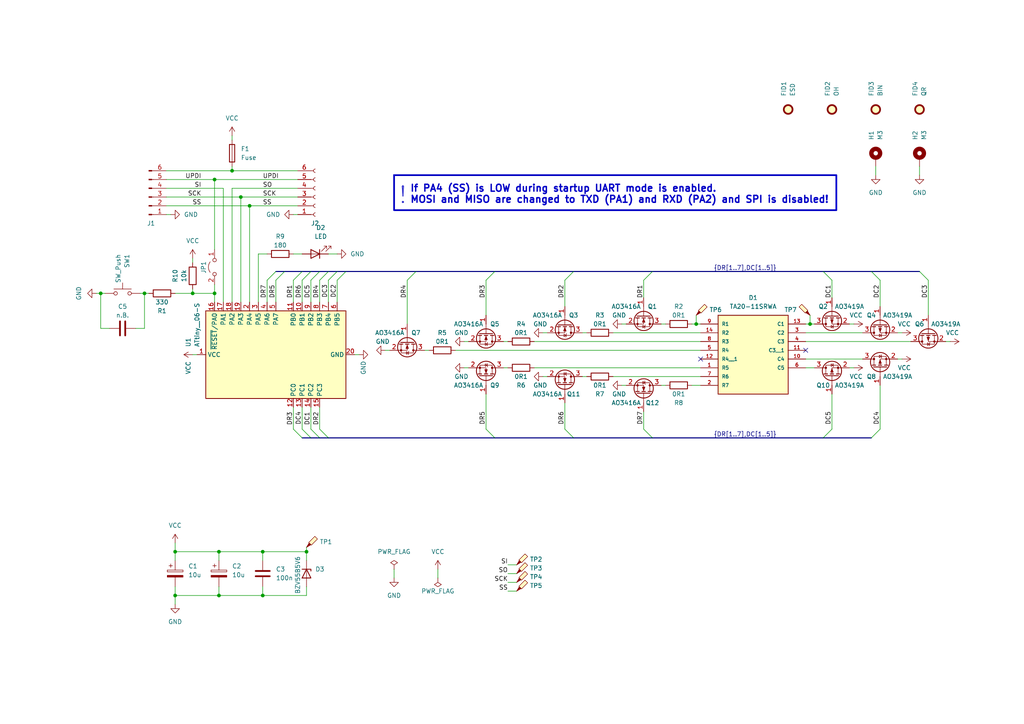
<source format=kicad_sch>
(kicad_sch (version 20230121) (generator eeschema)
  (paper "A4")
  (title_block (title "${acronym} - ${title}") (date "${date}") (rev "${revision}") (company "${company}") (comment 1 "${creator}") (comment 2 "${license}"))
  (lib_symbols
    (symbol "Connector:Conn_01x06_Pin" (pin_names (offset 1.016) hide)
      (property "Reference" "J" (at 0 7.62 0))
      (property "Value" "Conn_01x06_Pin" (at 0 -10.16 0))
      (symbol "Conn_01x06_Pin_1_1"
        (polyline (pts (xy 1.27 -7.62) (xy 0.8636 -7.62)) (stroke (width 0.1524)))
        (polyline (pts (xy 1.27 -5.08) (xy 0.8636 -5.08)) (stroke (width 0.1524)))
        (polyline (pts (xy 1.27 -2.54) (xy 0.8636 -2.54)) (stroke (width 0.1524)))
        (polyline (pts (xy 1.27 0) (xy 0.8636 0)) (stroke (width 0.1524)))
        (polyline (pts (xy 1.27 2.54) (xy 0.8636 2.54)) (stroke (width 0.1524)))
        (polyline (pts (xy 1.27 5.08) (xy 0.8636 5.08)) (stroke (width 0.1524)))
        (rectangle (start 0.8636 -7.493) (end 0 -7.747) (stroke (width 0.1524)) (fill (type outline)))
        (rectangle (start 0.8636 -4.953) (end 0 -5.207) (stroke (width 0.1524)) (fill (type outline)))
        (rectangle (start 0.8636 -2.413) (end 0 -2.667) (stroke (width 0.1524)) (fill (type outline)))
        (rectangle (start 0.8636 0.127) (end 0 -0.127) (stroke (width 0.1524)) (fill (type outline)))
        (rectangle (start 0.8636 2.667) (end 0 2.413) (stroke (width 0.1524)) (fill (type outline)))
        (rectangle (start 0.8636 5.207) (end 0 4.953) (stroke (width 0.1524)) (fill (type outline)))
        (pin passive line (at 5.08 5.08 180) (length 3.81) (name "Pin_1") (number "1"))
        (pin passive line (at 5.08 2.54 180) (length 3.81) (name "Pin_2") (number "2"))
        (pin passive line (at 5.08 0 180) (length 3.81) (name "Pin_3") (number "3"))
        (pin passive line (at 5.08 -2.54 180) (length 3.81) (name "Pin_4") (number "4"))
        (pin passive line (at 5.08 -5.08 180) (length 3.81) (name "Pin_5") (number "5"))
        (pin passive line (at 5.08 -7.62 180) (length 3.81) (name "Pin_6") (number "6"))
      )
    )
    (symbol "Connector:Conn_01x06_Socket" (pin_names (offset 1.016) hide)
      (property "Reference" "J" (at 0 7.62 0))
      (property "Value" "Conn_01x06_Socket" (at 0 -10.16 0))
      (symbol "Conn_01x06_Socket_1_1"
        (arc (start 0 -7.112) (mid -0.5058 -7.62) (end 0 -8.128) (stroke (width 0.1524)))
        (arc (start 0 -4.572) (mid -0.5058 -5.08) (end 0 -5.588) (stroke (width 0.1524)))
        (arc (start 0 -2.032) (mid -0.5058 -2.54) (end 0 -3.048) (stroke (width 0.1524)))
        (polyline (pts (xy -1.27 -7.62) (xy -0.508 -7.62)) (stroke (width 0.1524)))
        (polyline (pts (xy -1.27 -5.08) (xy -0.508 -5.08)) (stroke (width 0.1524)))
        (polyline (pts (xy -1.27 -2.54) (xy -0.508 -2.54)) (stroke (width 0.1524)))
        (polyline (pts (xy -1.27 0) (xy -0.508 0)) (stroke (width 0.1524)))
        (polyline (pts (xy -1.27 2.54) (xy -0.508 2.54)) (stroke (width 0.1524)))
        (polyline (pts (xy -1.27 5.08) (xy -0.508 5.08)) (stroke (width 0.1524)))
        (arc (start 0 0.508) (mid -0.5058 0) (end 0 -0.508) (stroke (width 0.1524)))
        (arc (start 0 3.048) (mid -0.5058 2.54) (end 0 2.032) (stroke (width 0.1524)))
        (arc (start 0 5.588) (mid -0.5058 5.08) (end 0 4.572) (stroke (width 0.1524)))
        (pin passive line (at -5.08 5.08 0) (length 3.81) (name "Pin_1") (number "1"))
        (pin passive line (at -5.08 2.54 0) (length 3.81) (name "Pin_2") (number "2"))
        (pin passive line (at -5.08 0 0) (length 3.81) (name "Pin_3") (number "3"))
        (pin passive line (at -5.08 -2.54 0) (length 3.81) (name "Pin_4") (number "4"))
        (pin passive line (at -5.08 -5.08 0) (length 3.81) (name "Pin_5") (number "5"))
        (pin passive line (at -5.08 -7.62 0) (length 3.81) (name "Pin_6") (number "6"))
      )
    )
    (symbol "Connector:TestPoint_Probe" (pin_numbers hide) (pin_names (offset 0.762) hide)
      (property "Reference" "TP" (at 1.651 5.842 0))
      (property "Value" "TestPoint_Probe" (at 1.651 4.064 0))
      (symbol "TestPoint_Probe_0_1"
        (polyline (pts (xy 1.27 0.762) (xy 0 0) (xy 0.762 1.27) (xy 1.27 0.762)) (fill (type outline)))
        (polyline (pts (xy 1.397 0.635) (xy 0.635 1.397) (xy 2.413 3.175) (xy 3.175 2.413) (xy 1.397 0.635)) (fill (type background)))
      )
      (symbol "TestPoint_Probe_1_1"
        (pin passive line (at 0 0 90) (length 0) (name "1") (number "1"))
      )
    )
    (symbol "Device:C" (pin_numbers hide) (pin_names (offset 0.254))
      (property "Reference" "C" (at 0.635 2.54 0))
      (property "Value" "C" (at 0.635 -2.54 0))
      (symbol "C_0_1"
        (polyline (pts (xy -2.032 -0.762) (xy 2.032 -0.762)) (stroke (width 0.508)))
        (polyline (pts (xy -2.032 0.762) (xy 2.032 0.762)) (stroke (width 0.508)))
      )
      (symbol "C_1_1"
        (pin passive line (at 0 3.81 270) (length 2.794) (name "~") (number "1"))
        (pin passive line (at 0 -3.81 90) (length 2.794) (name "~") (number "2"))
      )
    )
    (symbol "Device:C_Polarized" (pin_numbers hide) (pin_names (offset 0.254))
      (property "Reference" "C" (at 0.635 2.54 0))
      (property "Value" "C_Polarized" (at 0.635 -2.54 0))
      (symbol "C_Polarized_0_1"
        (rectangle (start -2.286 0.508) (end 2.286 1.016))
        (polyline (pts (xy -1.778 2.286) (xy -0.762 2.286)))
        (polyline (pts (xy -1.27 2.794) (xy -1.27 1.778)))
        (rectangle (start 2.286 -0.508) (end -2.286 -1.016) (fill (type outline)))
      )
      (symbol "C_Polarized_1_1"
        (pin passive line (at 0 3.81 270) (length 2.794) (name "~") (number "1"))
        (pin passive line (at 0 -3.81 90) (length 2.794) (name "~") (number "2"))
      )
    )
    (symbol "Device:Fuse" (pin_numbers hide) (pin_names (offset 0))
      (property "Reference" "F" (at 2.032 0 90))
      (property "Value" "Fuse" (at -1.905 0 90))
      (symbol "Fuse_0_1"
        (rectangle (start -0.762 -2.54) (end 0.762 2.54) (stroke (width 0.254)))
        (polyline (pts (xy 0 2.54) (xy 0 -2.54)))
      )
      (symbol "Fuse_1_1"
        (pin passive line (at 0 3.81 270) (length 1.27) (name "~") (number "1"))
        (pin passive line (at 0 -3.81 90) (length 1.27) (name "~") (number "2"))
      )
    )
    (symbol "Device:LED" (pin_numbers hide) (pin_names (offset 1.016) hide)
      (property "Reference" "D" (at 0 2.54 0))
      (property "Value" "LED" (at 0 -2.54 0))
      (symbol "LED_0_1"
        (polyline (pts (xy -1.27 -1.27) (xy -1.27 1.27)) (stroke (width 0.254)))
        (polyline (pts (xy -1.27 0) (xy 1.27 0)))
        (polyline (pts (xy 1.27 -1.27) (xy 1.27 1.27) (xy -1.27 0) (xy 1.27 -1.27)) (stroke (width 0.254)))
        (polyline (pts (xy -3.048 -0.762) (xy -4.572 -2.286) (xy -3.81 -2.286) (xy -4.572 -2.286) (xy -4.572 -1.524)))
        (polyline (pts (xy -1.778 -0.762) (xy -3.302 -2.286) (xy -2.54 -2.286) (xy -3.302 -2.286) (xy -3.302 -1.524)))
      )
      (symbol "LED_1_1"
        (pin passive line (at -3.81 0 0) (length 2.54) (name "K") (number "1"))
        (pin passive line (at 3.81 0 180) (length 2.54) (name "A") (number "2"))
      )
    )
    (symbol "Device:R" (pin_numbers hide) (pin_names (offset 0))
      (property "Reference" "R" (at 2.032 0 90))
      (property "Value" "R" (at 0 0 90))
      (symbol "R_0_1"
        (rectangle (start -1.016 -2.54) (end 1.016 2.54) (stroke (width 0.254)))
      )
      (symbol "R_1_1"
        (pin passive line (at 0 3.81 270) (length 1.27) (name "~") (number "1"))
        (pin passive line (at 0 -3.81 90) (length 1.27) (name "~") (number "2"))
      )
    )
    (symbol "Diode:BZV55B5V6" (pin_numbers hide) (pin_names hide)
      (property "Reference" "D" (at 0 2.54 0))
      (property "Value" "BZV55B5V6" (at 0 -2.54 0))
      (symbol "BZV55B5V6_0_1"
        (polyline (pts (xy 1.27 0) (xy -1.27 0)))
        (polyline (pts (xy -1.27 -1.27) (xy -1.27 1.27) (xy -0.762 1.27)) (stroke (width 0.254)))
        (polyline (pts (xy 1.27 -1.27) (xy 1.27 1.27) (xy -1.27 0) (xy 1.27 -1.27)) (stroke (width 0.254)))
      )
      (symbol "BZV55B5V6_1_1"
        (pin passive line (at -3.81 0 0) (length 2.54) (name "K") (number "1"))
        (pin passive line (at 3.81 0 180) (length 2.54) (name "A") (number "2"))
      )
    )
    (symbol "Display_Matrix:TA20-11SRWA" (pin_names (offset 1.016))
      (property "Reference" "D" (at -10.16 11.43 0))
      (property "Value" "TA20-11SRWA" (at -10.16 -13.97 0))
      (symbol "TA20-11SRWA_0_0"
        (rectangle (start -10.16 -12.7) (end 10.16 10.16) (stroke (width 0.254)) (fill (type background)))
        (pin passive line (at -15.24 -5.08 0) (length 5.08) (name "R5") (number "1"))
        (pin passive line (at 15.24 -2.54 180) (length 5.08) (name "C4") (number "10"))
        (pin passive line (at 15.24 0 180) (length 5.08) (name "C3__1") (number "11"))
        (pin passive line (at -15.24 -2.54 0) (length 5.08) (name "R4__1") (number "12"))
        (pin passive line (at 15.24 7.62 180) (length 5.08) (name "C1") (number "13"))
        (pin passive line (at -15.24 5.08 0) (length 5.08) (name "R2") (number "14"))
        (pin passive line (at -15.24 -10.16 0) (length 5.08) (name "R7") (number "2"))
        (pin passive line (at 15.24 5.08 180) (length 5.08) (name "C2") (number "3"))
        (pin passive line (at 15.24 2.54 180) (length 5.08) (name "C3") (number "4"))
        (pin passive line (at -15.24 0 0) (length 5.08) (name "R4") (number "5"))
        (pin passive line (at 15.24 -5.08 180) (length 5.08) (name "C5") (number "6"))
        (pin passive line (at -15.24 -7.62 0) (length 5.08) (name "R6") (number "7"))
        (pin passive line (at -15.24 2.54 0) (length 5.08) (name "R3") (number "8"))
        (pin passive line (at -15.24 7.62 0) (length 5.08) (name "R1") (number "9"))
      )
    )
    (symbol "Jumper:Jumper_2_Open" (pin_names (offset 0) hide)
      (property "Reference" "JP" (at 0 2.794 0))
      (property "Value" "Jumper_2_Open" (at 0 -2.286 0))
      (symbol "Jumper_2_Open_0_0"
        (circle (center -2.032 0) (radius 0.508))
        (circle (center 2.032 0) (radius 0.508))
      )
      (symbol "Jumper_2_Open_0_1"
        (arc (start 1.524 1.27) (mid 0 1.778) (end -1.524 1.27))
      )
      (symbol "Jumper_2_Open_1_1"
        (pin passive line (at -5.08 0 0) (length 2.54) (name "A") (number "1"))
        (pin passive line (at 5.08 0 180) (length 2.54) (name "B") (number "2"))
      )
    )
    (symbol "MCU_Microchip_ATtiny:ATtiny406-S"
      (property "Reference" "U" (at -12.7 21.59 0))
      (property "Value" "ATtiny406-S" (at 2.54 -21.59 0))
      (symbol "ATtiny406-S_0_1"
        (rectangle (start -12.7 -20.32) (end 12.7 20.32) (stroke (width 0.254)) (fill (type background)))
      )
      (symbol "ATtiny406-S_1_1"
        (pin power_in line (at 0 22.86 270) (length 2.54) (name "VCC") (number "1"))
        (pin bidirectional line (at 15.24 -7.62 180) (length 2.54) (name "PB1") (number "10"))
        (pin bidirectional line (at 15.24 -5.08 180) (length 2.54) (name "PB0") (number "11"))
        (pin bidirectional line (at -15.24 -5.08 0) (length 2.54) (name "PC0") (number "12"))
        (pin bidirectional line (at -15.24 -7.62 0) (length 2.54) (name "PC1") (number "13"))
        (pin bidirectional line (at -15.24 -10.16 0) (length 2.54) (name "PC2") (number "14"))
        (pin bidirectional line (at -15.24 -12.7 0) (length 2.54) (name "PC3") (number "15"))
        (pin bidirectional line (at 15.24 17.78 180) (length 2.54) (name "~{RESET}/PA0") (number "16"))
        (pin bidirectional line (at 15.24 15.24 180) (length 2.54) (name "PA1") (number "17"))
        (pin bidirectional line (at 15.24 12.7 180) (length 2.54) (name "PA2") (number "18"))
        (pin bidirectional line (at 15.24 10.16 180) (length 2.54) (name "PA3") (number "19"))
        (pin bidirectional line (at 15.24 7.62 180) (length 2.54) (name "PA4") (number "2"))
        (pin power_in line (at 0 -22.86 90) (length 2.54) (name "GND") (number "20"))
        (pin bidirectional line (at 15.24 5.08 180) (length 2.54) (name "PA5") (number "3"))
        (pin bidirectional line (at 15.24 2.54 180) (length 2.54) (name "PA6") (number "4"))
        (pin bidirectional line (at 15.24 0 180) (length 2.54) (name "PA7") (number "5"))
        (pin bidirectional line (at 15.24 -17.78 180) (length 2.54) (name "PB5") (number "6"))
        (pin bidirectional line (at 15.24 -15.24 180) (length 2.54) (name "PB4") (number "7"))
        (pin bidirectional line (at 15.24 -12.7 180) (length 2.54) (name "PB3") (number "8"))
        (pin bidirectional line (at 15.24 -10.16 180) (length 2.54) (name "PB2") (number "9"))
      )
    )
    (symbol "Mechanical:Fiducial"
      (property "Reference" "FID" (at 0 5.08 0))
      (property "Value" "Fiducial" (at 0 3.175 0))
      (symbol "Fiducial_0_1"
        (circle (center 0 0) (radius 1.27) (stroke (width 0.508)) (fill (type background)))
      )
    )
    (symbol "Mechanical:MountingHole_Pad" (pin_numbers hide) (pin_names (offset 1.016) hide)
      (property "Reference" "H" (at 0 6.35 0))
      (property "Value" "MountingHole_Pad" (at 0 4.445 0))
      (symbol "MountingHole_Pad_0_1"
        (circle (center 0 1.27) (radius 1.27) (stroke (width 1.27)))
      )
      (symbol "MountingHole_Pad_1_1"
        (pin input line (at 0 -2.54 90) (length 2.54) (name "1") (number "1"))
      )
    )
    (symbol "Switch:SW_Push" (pin_numbers hide) (pin_names (offset 1.016) hide)
      (property "Reference" "SW" (at 1.27 2.54 0))
      (property "Value" "SW_Push" (at 0 -1.524 0))
      (symbol "SW_Push_0_1"
        (circle (center -2.032 0) (radius 0.508))
        (polyline (pts (xy 0 1.27) (xy 0 3.048)))
        (polyline (pts (xy 2.54 1.27) (xy -2.54 1.27)))
        (circle (center 2.032 0) (radius 0.508))
        (pin passive line (at -5.08 0 0) (length 2.54) (name "1") (number "1"))
        (pin passive line (at 5.08 0 180) (length 2.54) (name "2") (number "2"))
      )
    )
    (symbol "Transistor_FET:AO3400A" (pin_names hide)
      (property "Reference" "Q" (at 5.08 1.905 0))
      (property "Value" "AO3400A" (at 5.08 0 0))
      (symbol "AO3400A_0_1"
        (polyline (pts (xy 0.254 0) (xy -2.54 0)))
        (polyline (pts (xy 0.254 1.905) (xy 0.254 -1.905)) (stroke (width 0.254)))
        (polyline (pts (xy 0.762 -1.27) (xy 0.762 -2.286)) (stroke (width 0.254)))
        (polyline (pts (xy 0.762 0.508) (xy 0.762 -0.508)) (stroke (width 0.254)))
        (polyline (pts (xy 0.762 2.286) (xy 0.762 1.27)) (stroke (width 0.254)))
        (polyline (pts (xy 2.54 2.54) (xy 2.54 1.778)))
        (polyline (pts (xy 2.54 -2.54) (xy 2.54 0) (xy 0.762 0)))
        (polyline (pts (xy 0.762 -1.778) (xy 3.302 -1.778) (xy 3.302 1.778) (xy 0.762 1.778)))
        (polyline (pts (xy 1.016 0) (xy 2.032 0.381) (xy 2.032 -0.381) (xy 1.016 0)) (fill (type outline)))
        (polyline (pts (xy 2.794 0.508) (xy 2.921 0.381) (xy 3.683 0.381) (xy 3.81 0.254)))
        (polyline (pts (xy 3.302 0.381) (xy 2.921 -0.254) (xy 3.683 -0.254) (xy 3.302 0.381)))
        (circle (center 1.651 0) (radius 2.794) (stroke (width 0.254)))
        (circle (center 2.54 -1.778) (radius 0.254) (fill (type outline)))
        (circle (center 2.54 1.778) (radius 0.254) (fill (type outline)))
      )
      (symbol "AO3400A_1_1"
        (pin input line (at -5.08 0 0) (length 2.54) (name "G") (number "1"))
        (pin passive line (at 2.54 -5.08 90) (length 2.54) (name "S") (number "2"))
        (pin passive line (at 2.54 5.08 270) (length 2.54) (name "D") (number "3"))
      )
    )
    (symbol "Transistor_FET:AO3401A" (pin_names hide)
      (property "Reference" "Q" (at 5.08 1.905 0))
      (property "Value" "AO3401A" (at 5.08 0 0))
      (symbol "AO3401A_0_1"
        (polyline (pts (xy 0.254 0) (xy -2.54 0)))
        (polyline (pts (xy 0.254 1.905) (xy 0.254 -1.905)) (stroke (width 0.254)))
        (polyline (pts (xy 0.762 -1.27) (xy 0.762 -2.286)) (stroke (width 0.254)))
        (polyline (pts (xy 0.762 0.508) (xy 0.762 -0.508)) (stroke (width 0.254)))
        (polyline (pts (xy 0.762 2.286) (xy 0.762 1.27)) (stroke (width 0.254)))
        (polyline (pts (xy 2.54 2.54) (xy 2.54 1.778)))
        (polyline (pts (xy 2.54 -2.54) (xy 2.54 0) (xy 0.762 0)))
        (polyline (pts (xy 0.762 1.778) (xy 3.302 1.778) (xy 3.302 -1.778) (xy 0.762 -1.778)))
        (polyline (pts (xy 2.286 0) (xy 1.27 0.381) (xy 1.27 -0.381) (xy 2.286 0)) (fill (type outline)))
        (polyline (pts (xy 2.794 -0.508) (xy 2.921 -0.381) (xy 3.683 -0.381) (xy 3.81 -0.254)))
        (polyline (pts (xy 3.302 -0.381) (xy 2.921 0.254) (xy 3.683 0.254) (xy 3.302 -0.381)))
        (circle (center 1.651 0) (radius 2.794) (stroke (width 0.254)))
        (circle (center 2.54 -1.778) (radius 0.254) (fill (type outline)))
        (circle (center 2.54 1.778) (radius 0.254) (fill (type outline)))
      )
      (symbol "AO3401A_1_1"
        (pin input line (at -5.08 0 0) (length 2.54) (name "G") (number "1"))
        (pin passive line (at 2.54 -5.08 90) (length 2.54) (name "S") (number "2"))
        (pin passive line (at 2.54 5.08 270) (length 2.54) (name "D") (number "3"))
      )
    )
    (symbol "power:GND" (power) (pin_names (offset 0))
      (property "Value" "GND" (at 0 -3.81 0))
      (symbol "GND_0_1"
        (polyline (pts (xy 0 0) (xy 0 -1.27) (xy 1.27 -1.27) (xy 0 -2.54) (xy -1.27 -1.27) (xy 0 -1.27)))
      )
      (symbol "GND_1_1"
        (pin power_in line (at 0 0 270) (length 0) hide (name "GND") (number "1"))
      )
    )
    (symbol "power:PWR_FLAG" (power) (pin_numbers hide) (pin_names (offset 0) hide)
      (property "Value" "PWR_FLAG" (at 0 3.81 0))
      (symbol "PWR_FLAG_0_0"
        (pin power_out line (at 0 0 90) (length 0) (name "pwr") (number "1"))
      )
      (symbol "PWR_FLAG_0_1"
        (polyline (pts (xy 0 0) (xy 0 1.27) (xy -1.016 1.905) (xy 0 2.54) (xy 1.016 1.905) (xy 0 1.27)))
      )
    )
    (symbol "power:VCC" (power) (pin_names (offset 0))
      (property "Value" "VCC" (at 0 3.81 0))
      (symbol "VCC_0_1"
        (polyline (pts (xy -0.762 1.27) (xy 0 2.54)))
        (polyline (pts (xy 0 0) (xy 0 2.54)))
        (polyline (pts (xy 0 2.54) (xy 0.762 1.27)))
      )
      (symbol "VCC_1_1"
        (pin power_in line (at 0 0 90) (length 0) hide (name "VCC") (number "1"))
      )
    )
  )
  (junction (at 88.9 160.02))
  (junction (at 62.23 85.09))
  (junction (at 63.5 172.72))
  (junction (at 29.21 85.09))
  (junction (at 201.93 93.98))
  (junction (at 69.85 57.15))
  (junction (at 76.2 160.02))
  (junction (at 55.88 85.09))
  (junction (at 67.31 49.53))
  (junction (at 50.8 160.02))
  (junction (at 63.5 160.02))
  (junction (at 234.95 93.98))
  (junction (at 72.39 59.69))
  (junction (at 41.91 85.09))
  (junction (at 50.8 172.72))
  (junction (at 62.23 52.07))
  (junction (at 76.2 172.72))
  (no_connect (at 203.2 104.14))
  (no_connect (at 233.68 101.6))
  (bus_entry (at 252.73 78.74) (size 2.54 2.54))
  (bus_entry (at 90.17 81.28) (size 2.54 -2.54))
  (bus_entry (at 189.23 78.74) (size -2.54 2.54))
  (bus_entry (at 87.63 127) (size -2.54 -2.54))
  (bus_entry (at 255.27 124.46) (size -2.54 2.54))
  (bus_entry (at 92.71 81.28) (size 2.54 -2.54))
  (bus_entry (at 186.69 124.46) (size 2.54 2.54))
  (bus_entry (at 95.25 127) (size -2.54 -2.54))
  (bus_entry (at 95.25 81.28) (size 2.54 -2.54))
  (bus_entry (at 266.7 78.74) (size 2.54 2.54))
  (bus_entry (at 163.83 124.46) (size 2.54 2.54))
  (bus_entry (at 87.63 81.28) (size 2.54 -2.54))
  (bus_entry (at 77.47 81.28) (size 2.54 -2.54))
  (bus_entry (at 97.79 81.28) (size 2.54 -2.54))
  (bus_entry (at 90.17 127) (size -2.54 -2.54))
  (bus_entry (at 238.76 78.74) (size 2.54 2.54))
  (bus_entry (at 166.37 78.74) (size -2.54 2.54))
  (bus_entry (at 92.71 127) (size -2.54 -2.54))
  (bus_entry (at 140.97 124.46) (size 2.54 2.54))
  (bus_entry (at 241.3 124.46) (size -2.54 2.54))
  (bus_entry (at 143.51 78.74) (size -2.54 2.54))
  (bus_entry (at 80.01 81.28) (size 2.54 -2.54))
  (bus_entry (at 120.65 78.74) (size -2.54 2.54))
  (bus_entry (at 85.09 81.28) (size 2.54 -2.54))
  (wire (pts (xy 87.63 87.63) (xy 87.63 81.28)))
  (wire (pts (xy 62.23 82.55) (xy 62.23 85.09)))
  (bus (pts (xy 87.63 78.74) (xy 90.17 78.74)))
  (wire (pts (xy 233.68 106.68) (xy 236.22 106.68)))
  (wire (pts (xy 88.9 160.02) (xy 88.9 162.56)))
  (wire (pts (xy 49.53 62.23) (xy 48.26 62.23)))
  (wire (pts (xy 132.08 101.6) (xy 203.2 101.6)))
  (wire (pts (xy 241.3 114.3) (xy 241.3 124.46)))
  (wire (pts (xy 29.21 85.09) (xy 30.48 85.09)))
  (wire (pts (xy 111.76 101.6) (xy 113.03 101.6)))
  (wire (pts (xy 63.5 170.18) (xy 63.5 172.72)))
  (wire (pts (xy 241.3 81.28) (xy 241.3 86.36)))
  (wire (pts (xy 134.62 106.68) (xy 135.89 106.68)))
  (wire (pts (xy 67.31 39.37) (xy 67.31 40.64)))
  (bus (pts (xy 238.76 127) (xy 252.73 127)))
  (bus (pts (xy 189.23 127) (xy 238.76 127)))
  (wire (pts (xy 92.71 87.63) (xy 92.71 81.28)))
  (wire (pts (xy 48.26 57.15) (xy 69.85 57.15)))
  (wire (pts (xy 123.19 101.6) (xy 124.46 101.6)))
  (wire (pts (xy 67.31 48.26) (xy 67.31 49.53)))
  (wire (pts (xy 255.27 81.28) (xy 255.27 88.9)))
  (wire (pts (xy 31.75 95.25) (xy 29.21 95.25)))
  (bus (pts (xy 95.25 78.74) (xy 97.79 78.74)))
  (wire (pts (xy 102.87 102.87) (xy 104.14 102.87)))
  (wire (pts (xy 147.32 166.37) (xy 149.86 166.37)))
  (wire (pts (xy 50.8 172.72) (xy 50.8 175.26)))
  (wire (pts (xy 163.83 116.84) (xy 163.83 124.46)))
  (wire (pts (xy 168.91 109.22) (xy 170.18 109.22)))
  (wire (pts (xy 41.91 85.09) (xy 41.91 95.25)))
  (bus (pts (xy 90.17 127) (xy 92.71 127)))
  (wire (pts (xy 74.93 73.66) (xy 74.93 87.63)))
  (bus (pts (xy 97.79 78.74) (xy 100.33 78.74)))
  (wire (pts (xy 234.95 91.44) (xy 234.95 93.98)))
  (wire (pts (xy 140.97 81.28) (xy 140.97 91.44)))
  (wire (pts (xy 72.39 59.69) (xy 72.39 87.63)))
  (wire (pts (xy 50.8 85.09) (xy 55.88 85.09)))
  (wire (pts (xy 254 48.26) (xy 254 50.8)))
  (wire (pts (xy 90.17 118.11) (xy 90.17 124.46)))
  (wire (pts (xy 50.8 160.02) (xy 63.5 160.02)))
  (bus (pts (xy 95.25 127) (xy 143.51 127)))
  (wire (pts (xy 87.63 118.11) (xy 87.63 124.46)))
  (wire (pts (xy 163.83 81.28) (xy 163.83 88.9)))
  (wire (pts (xy 95.25 87.63) (xy 95.25 81.28)))
  (wire (pts (xy 186.69 81.28) (xy 186.69 86.36)))
  (wire (pts (xy 85.09 87.63) (xy 85.09 81.28)))
  (wire (pts (xy 88.9 158.75) (xy 88.9 160.02)))
  (wire (pts (xy 97.79 87.63) (xy 97.79 81.28)))
  (wire (pts (xy 41.91 95.25) (xy 39.37 95.25)))
  (wire (pts (xy 64.77 54.61) (xy 64.77 87.63)))
  (wire (pts (xy 134.62 99.06) (xy 135.89 99.06)))
  (wire (pts (xy 233.68 93.98) (xy 234.95 93.98)))
  (wire (pts (xy 114.3 165.1) (xy 114.3 167.64)))
  (wire (pts (xy 92.71 124.46) (xy 92.71 118.11)))
  (bus (pts (xy 238.76 78.74) (xy 252.73 78.74)))
  (wire (pts (xy 233.68 96.52) (xy 250.19 96.52)))
  (bus (pts (xy 87.63 127) (xy 90.17 127)))
  (bus (pts (xy 120.65 78.74) (xy 143.51 78.74)))
  (wire (pts (xy 118.11 81.28) (xy 118.11 93.98)))
  (bus (pts (xy 92.71 127) (xy 95.25 127)))
  (wire (pts (xy 88.9 170.18) (xy 88.9 172.72)))
  (wire (pts (xy 146.05 99.06) (xy 147.32 99.06)))
  (wire (pts (xy 48.26 54.61) (xy 64.77 54.61)))
  (wire (pts (xy 76.2 172.72) (xy 88.9 172.72)))
  (wire (pts (xy 95.25 73.66) (xy 97.79 73.66)))
  (wire (pts (xy 177.8 96.52) (xy 203.2 96.52)))
  (wire (pts (xy 67.31 54.61) (xy 67.31 87.63)))
  (bus (pts (xy 143.51 127) (xy 166.37 127)))
  (wire (pts (xy 255.27 111.76) (xy 255.27 124.46)))
  (wire (pts (xy 48.26 52.07) (xy 62.23 52.07)))
  (wire (pts (xy 154.94 106.68) (xy 203.2 106.68)))
  (wire (pts (xy 62.23 52.07) (xy 62.23 72.39)))
  (wire (pts (xy 69.85 57.15) (xy 86.36 57.15)))
  (wire (pts (xy 180.34 93.98) (xy 181.61 93.98)))
  (wire (pts (xy 63.5 160.02) (xy 63.5 162.56)))
  (wire (pts (xy 76.2 160.02) (xy 88.9 160.02)))
  (wire (pts (xy 67.31 54.61) (xy 86.36 54.61)))
  (wire (pts (xy 201.93 91.44) (xy 201.93 93.98)))
  (bus (pts (xy 80.01 78.74) (xy 82.55 78.74)))
  (wire (pts (xy 29.21 85.09) (xy 29.21 95.25)))
  (wire (pts (xy 233.68 99.06) (xy 264.16 99.06)))
  (wire (pts (xy 80.01 87.63) (xy 80.01 81.28)))
  (wire (pts (xy 127 165.1) (xy 127 167.64)))
  (wire (pts (xy 140.97 114.3) (xy 140.97 124.46)))
  (wire (pts (xy 55.88 102.87) (xy 57.15 102.87)))
  (wire (pts (xy 69.85 57.15) (xy 69.85 87.63)))
  (wire (pts (xy 233.68 104.14) (xy 250.19 104.14)))
  (wire (pts (xy 147.32 168.91) (xy 149.86 168.91)))
  (wire (pts (xy 50.8 170.18) (xy 50.8 172.72)))
  (wire (pts (xy 269.24 81.28) (xy 269.24 91.44)))
  (wire (pts (xy 41.91 85.09) (xy 43.18 85.09)))
  (wire (pts (xy 157.48 96.52) (xy 158.75 96.52)))
  (wire (pts (xy 154.94 99.06) (xy 203.2 99.06)))
  (wire (pts (xy 50.8 160.02) (xy 50.8 162.56)))
  (wire (pts (xy 146.05 106.68) (xy 147.32 106.68)))
  (wire (pts (xy 41.91 85.09) (xy 40.64 85.09)))
  (bus (pts (xy 92.71 78.74) (xy 95.25 78.74)))
  (wire (pts (xy 85.09 73.66) (xy 87.63 73.66)))
  (wire (pts (xy 180.34 111.76) (xy 181.61 111.76)))
  (bus (pts (xy 90.17 78.74) (xy 92.71 78.74)))
  (wire (pts (xy 72.39 59.69) (xy 86.36 59.69)))
  (wire (pts (xy 63.5 172.72) (xy 76.2 172.72)))
  (wire (pts (xy 201.93 93.98) (xy 203.2 93.98)))
  (wire (pts (xy 85.09 124.46) (xy 85.09 118.11)))
  (wire (pts (xy 191.77 93.98) (xy 193.04 93.98)))
  (bus (pts (xy 82.55 78.74) (xy 87.63 78.74)))
  (wire (pts (xy 63.5 160.02) (xy 76.2 160.02)))
  (wire (pts (xy 266.7 48.26) (xy 266.7 50.8)))
  (bus (pts (xy 166.37 78.74) (xy 189.23 78.74)))
  (wire (pts (xy 274.32 99.06) (xy 275.59 99.06)))
  (wire (pts (xy 177.8 109.22) (xy 203.2 109.22)))
  (wire (pts (xy 260.35 96.52) (xy 261.62 96.52)))
  (wire (pts (xy 191.77 111.76) (xy 193.04 111.76)))
  (wire (pts (xy 200.66 111.76) (xy 203.2 111.76)))
  (wire (pts (xy 147.32 171.45) (xy 149.86 171.45)))
  (wire (pts (xy 48.26 59.69) (xy 72.39 59.69)))
  (wire (pts (xy 147.32 163.83) (xy 149.86 163.83)))
  (wire (pts (xy 55.88 85.09) (xy 62.23 85.09)))
  (bus (pts (xy 252.73 78.74) (xy 266.7 78.74)))
  (wire (pts (xy 50.8 157.48) (xy 50.8 160.02)))
  (wire (pts (xy 62.23 85.09) (xy 62.23 87.63)))
  (wire (pts (xy 260.35 104.14) (xy 261.62 104.14)))
  (wire (pts (xy 246.38 106.68) (xy 247.65 106.68)))
  (wire (pts (xy 85.09 62.23) (xy 86.36 62.23)))
  (wire (pts (xy 200.66 93.98) (xy 201.93 93.98)))
  (wire (pts (xy 55.88 74.93) (xy 55.88 76.2)))
  (wire (pts (xy 234.95 93.98) (xy 236.22 93.98)))
  (wire (pts (xy 29.21 85.09) (xy 27.94 85.09)))
  (bus (pts (xy 143.51 78.74) (xy 166.37 78.74)))
  (bus (pts (xy 166.37 127) (xy 189.23 127)))
  (wire (pts (xy 62.23 52.07) (xy 86.36 52.07)))
  (wire (pts (xy 77.47 87.63) (xy 77.47 81.28)))
  (wire (pts (xy 90.17 87.63) (xy 90.17 81.28)))
  (bus (pts (xy 189.23 78.74) (xy 238.76 78.74)))
  (wire (pts (xy 55.88 83.82) (xy 55.88 85.09)))
  (wire (pts (xy 76.2 160.02) (xy 76.2 162.56)))
  (wire (pts (xy 168.91 96.52) (xy 170.18 96.52)))
  (wire (pts (xy 74.93 73.66) (xy 77.47 73.66)))
  (wire (pts (xy 157.48 109.22) (xy 158.75 109.22)))
  (wire (pts (xy 76.2 170.18) (xy 76.2 172.72)))
  (wire (pts (xy 67.31 49.53) (xy 86.36 49.53)))
  (wire (pts (xy 186.69 119.38) (xy 186.69 124.46)))
  (wire (pts (xy 48.26 49.53) (xy 67.31 49.53)))
  (wire (pts (xy 246.38 93.98) (xy 247.65 93.98)))
  (wire (pts (xy 50.8 172.72) (xy 63.5 172.72)))
  (bus (pts (xy 100.33 78.74) (xy 120.65 78.74)))
  (rectangle (start 114.3 50.8) (end 242.57 60.96) (stroke (width 0.5)))
  (text "!" (at 115.57 59.69 0) (effects (font (size 5 5)) (justify left bottom)))
  (text "If PA4 (SS) is LOW during startup UART mode is enabled.\nMOSI and MISO are changed to TXD (PA1) and RXD (PA2) and SPI is disabled!" (at 118.872 59.182 0) (effects (font (size 2 2) (thickness 0.4) bold) (justify left bottom)))
  (label "DR1" (at 186.69 82.55 270))
  (label "SS" (at 76.2 59.69 0))
  (label "DR1" (at 85.09 82.55 270))
  (label "DR2" (at 92.71 119.38 270))
  (label "DC3" (at 95.25 86.36 90))
  (label "SI" (at 147.32 163.83 180))
  (label "DR6" (at 87.63 82.55 270))
  (label "SCK" (at 147.32 168.91 180))
  (label "UPDI" (at 76.2 52.07 0))
  (label "SS" (at 147.32 171.45 180))
  (label "{DR[1..7],DC[1..5]}" (at 207.01 78.74 0))
  (label "DR4" (at 118.11 82.55 270))
  (label "DR7" (at 77.47 82.55 270))
  (label "DR2" (at 163.83 82.55 270))
  (label "SCK" (at 76.2 57.15 0))
  (label "SO" (at 76.2 54.61 0))
  (label "DR5" (at 80.01 82.55 270))
  (label "DC2" (at 255.27 82.55 270))
  (label "SO" (at 147.32 166.37 180))
  (label "DR5" (at 140.97 123.19 90))
  (label "DC4" (at 87.63 123.19 90))
  (label "DC5" (at 241.3 123.19 90))
  (label "DC1" (at 90.17 119.38 270))
  (label "DC2" (at 97.79 86.36 90))
  (label "DR7" (at 186.69 123.19 90))
  (label "DR3" (at 140.97 82.55 270))
  (label "SI" (at 58.42 54.61 180))
  (label "DC4" (at 255.27 123.19 90))
  (label "DR4" (at 92.71 82.55 270))
  (label "SCK" (at 58.42 57.15 180))
  (label "DC5" (at 90.17 82.55 270))
  (label "DC3" (at 269.24 82.55 270))
  (label "DC1" (at 241.3 82.55 270))
  (label "DR3" (at 85.09 119.38 270))
  (label "{DR[1..7],DC[1..5]}" (at 207.01 127 0))
  (label "UPDI" (at 58.42 52.07 180))
  (label "DR6" (at 163.83 123.19 90))
  (label "SS" (at 58.42 59.69 180))
  (symbol (lib_id "Mechanical:Fiducial") (at 266.7 31.75 0) (unit 1)
    (property "Reference" "FID4" (at 265.43 27.94 90) (effects (justify left)))
    (property "Value" "QR" (at 267.97 27.94 90) (effects (justify left)))
    (property "Footprint" "Images:QR_0x007e" (effects hide))
  )
  (symbol (lib_id "power:GND") (at 266.7 50.8 0) (unit 1)
    (property "Reference" "#PWR025" (effects hide))
    (property "Value" "GND" (at 266.7 55.88 0))
  )
  (symbol (lib_id "power:PWR_FLAG") (at 127 167.64 180) (unit 1)
    (property "Reference" "#FLG01" (effects hide))
    (property "Value" "PWR_FLAG" (at 127 171.45 0))
  )
  (symbol (lib_id "power:VCC") (at 55.88 74.93 0) (unit 1)
    (property "Reference" "#PWR023" (effects hide))
    (property "Value" "VCC" (at 55.88 69.85 0))
  )
  (symbol (lib_id "Device:LED") (at 91.44 73.66 180) (unit 1)
    (property "Reference" "D2" (at 93.0275 66.04 0))
    (property "Value" "LED" (at 93.0275 68.58 0))
    (property "Footprint" "LED_SMD:LED_1206_3216Metric" (effects hide))
    (property "Vendor" "HTL" (effects hide))
    (property "VendorId" "100457" (effects hide))
  )
  (symbol (lib_id "power:GND") (at 49.53 62.23 90) (unit 1)
    (property "Reference" "#PWR03" (effects hide))
    (property "Value" "GND" (at 53.34 62.23 90) (effects (justify right)))
  )
  (symbol (lib_id "Transistor_FET:AO3401A") (at 241.3 91.44 90) (mirror x) (unit 1)
    (property "Reference" "Q2" (at 238.76 88.9 90))
    (property "Value" "AO3419A" (at 246.38 88.9 90))
    (property "Footprint" "Package_TO_SOT_SMD:SOT-23" (effects hide))
    (property "Datasheet" "http://www.aosmd.com/pdfs/datasheet/AO3401A.pdf" (effects hide))
    (property "Vendor" "HTL" (effects hide))
    (property "VendorId" "103513" (effects hide))
  )
  (symbol (lib_id "Connector:TestPoint_Probe") (at 149.86 171.45 0) (unit 1)
    (property "Reference" "TP5" (at 153.67 169.8625 0) (effects (justify left)))
    (property "Value" "TestPoint_Probe" (effects hide))
    (property "Footprint" "TestPoint:TestPoint_Pad_D1.0mm" (effects hide))
  )
  (symbol (lib_id "power:VCC") (at 247.65 93.98 270) (unit 1)
    (property "Reference" "#PWR07" (effects hide))
    (property "Value" "VCC" (at 246.38 91.44 90) (effects (justify left)))
  )
  (symbol (lib_id "Device:R") (at 196.85 111.76 90) (mirror x) (unit 1)
    (property "Reference" "R8" (at 196.85 116.84 90))
    (property "Value" "0R1" (at 196.85 114.3 90))
    (property "Footprint" "Resistor_SMD:R_1206_3216Metric" (effects hide))
    (property "Vendor" "HTL" (effects hide))
    (property "VendorId" "102901" (effects hide))
  )
  (symbol (lib_id "Transistor_FET:AO3400A") (at 186.69 114.3 270) (mirror x) (unit 1)
    (property "Reference" "Q12" (at 189.23 116.84 90))
    (property "Value" "AO3416A" (at 181.61 116.84 90))
    (property "Footprint" "Package_TO_SOT_SMD:SOT-23" (effects hide))
    (property "Datasheet" "http://www.aosmd.com/pdfs/datasheet/AO3400A.pdf" (effects hide))
    (property "Vendor" "HTL" (effects hide))
    (property "VendorId" "103512" (effects hide))
  )
  (symbol (lib_id "Device:R") (at 173.99 109.22 90) (mirror x) (unit 1)
    (property "Reference" "R7" (at 173.99 114.3 90))
    (property "Value" "0R1" (at 173.99 111.76 90))
    (property "Footprint" "Resistor_SMD:R_1206_3216Metric" (effects hide))
    (property "Vendor" "HTL" (effects hide))
    (property "VendorId" "102901" (effects hide))
  )
  (symbol (lib_id "Connector:TestPoint_Probe") (at 149.86 163.83 0) (unit 1)
    (property "Reference" "TP2" (at 153.67 162.2425 0) (effects (justify left)))
    (property "Value" "TestPoint_Probe" (effects hide))
    (property "Footprint" "TestPoint:TestPoint_Pad_D1.0mm" (effects hide))
  )
  (symbol (lib_id "power:GND") (at 180.34 93.98 270) (unit 1)
    (property "Reference" "#PWR06" (effects hide))
    (property "Value" "GND" (at 181.61 91.44 90) (effects (justify right)))
  )
  (symbol (lib_id "power:GND") (at 134.62 99.06 270) (unit 1)
    (property "Reference" "#PWR010" (effects hide))
    (property "Value" "GND" (at 135.89 96.52 90) (effects (justify right)))
  )
  (symbol (lib_id "Diode:BZV55B5V6") (at 88.9 166.37 270) (unit 1)
    (property "Reference" "D3" (at 91.44 165.1 90) (effects (justify left)))
    (property "Value" "BZV55B5V6" (at 86.36 161.29 0) (effects (justify left)))
    (property "Footprint" "Diode_SMD:D_MiniMELF" (effects hide))
    (property "Datasheet" "https://assets.nexperia.com/documents/data-sheet/BZV55_SER.pdf" (effects hide))
    (property "Vendor" "HTL" (effects hide))
    (property "VendorId" "203016" (effects hide))
  )
  (symbol (lib_id "Jumper:Jumper_2_Open") (at 62.23 77.47 90) (mirror x) (unit 1)
    (property "Reference" "JP1" (at 59.055 79.375 0) (effects (justify right)))
    (property "Value" "Jumper_2_Open" (effects hide))
    (property "Footprint" "Connector_PinHeader_2.54mm:PinHeader_1x02_P2.54mm_Horizontal" (effects hide))
    (property "Vendor" "HTL" (effects hide))
    (property "VendorId" "101523" (effects hide))
  )
  (symbol (lib_id "Connector:TestPoint_Probe") (at 149.86 166.37 0) (unit 1)
    (property "Reference" "TP3" (at 153.67 164.7825 0) (effects (justify left)))
    (property "Value" "TestPoint_Probe" (effects hide))
    (property "Footprint" "TestPoint:TestPoint_Pad_D1.0mm" (effects hide))
  )
  (symbol (lib_id "Device:R") (at 196.85 93.98 90) (unit 1)
    (property "Reference" "R2" (at 196.85 88.9 90))
    (property "Value" "0R1" (at 196.85 91.44 90))
    (property "Footprint" "Resistor_SMD:R_1206_3216Metric" (effects hide))
    (property "Vendor" "HTL" (effects hide))
    (property "VendorId" "102901" (effects hide))
  )
  (symbol (lib_id "Connector:TestPoint_Probe") (at 201.93 91.44 0) (unit 1)
    (property "Reference" "TP6" (at 205.74 89.8525 0) (effects (justify left)))
    (property "Value" "TestPoint_Probe" (effects hide))
    (property "Footprint" "TestPoint:TestPoint_Pad_D1.0mm" (effects hide))
  )
  (symbol (lib_id "Device:R") (at 55.88 80.01 180) (unit 1)
    (property "Reference" "R10" (at 50.8 80.01 90))
    (property "Value" "10k" (at 53.34 80.01 90))
    (property "Footprint" "Resistor_SMD:R_1206_3216Metric" (effects hide))
    (property "Vendor" "HTL" (effects hide))
    (property "VendorId" "102967" (effects hide))
  )
  (symbol (lib_id "power:GND") (at 134.62 106.68 270) (mirror x) (unit 1)
    (property "Reference" "#PWR017" (effects hide))
    (property "Value" "GND" (at 135.89 109.22 90) (effects (justify right)))
  )
  (symbol (lib_id "Switch:SW_Push") (at 35.56 85.09 0) (unit 1)
    (property "Reference" "SW1" (at 36.83 73.66 90) (effects (justify right)))
    (property "Value" "SW_Push" (at 34.29 73.66 90) (effects (justify right)))
    (property "Footprint" "Button_Switch_SMD:SW_SPST_PTS645" (effects hide))
    (property "Vendor" "HTL" (effects hide))
    (property "VendorId" "101612" (effects hide))
  )
  (symbol (lib_id "Mechanical:MountingHole_Pad") (at 254 45.72 0) (unit 1)
    (property "Reference" "H1" (at 252.73 40.64 90) (effects (justify left)))
    (property "Value" "M3" (at 255.27 40.64 90) (effects (justify left)))
    (property "Footprint" "MountingHole:MountingHole_3.2mm_M3_DIN965_Pad" (effects hide))
    (property "Vendor" "HTL" (effects hide))
    (property "VendorId" "101017, 101018, 101382" (effects hide))
  )
  (symbol (lib_id "Device:R") (at 151.13 106.68 90) (mirror x) (unit 1)
    (property "Reference" "R6" (at 151.13 111.76 90))
    (property "Value" "0R1" (at 151.13 109.22 90))
    (property "Footprint" "Resistor_SMD:R_1206_3216Metric" (effects hide))
    (property "Vendor" "HTL" (effects hide))
    (property "VendorId" "102901" (effects hide))
  )
  (symbol (lib_id "Connector:TestPoint_Probe") (at 234.95 91.44 0) (mirror y) (unit 1)
    (property "Reference" "TP7" (at 231.14 89.8525 0) (effects (justify left)))
    (property "Value" "TestPoint_Probe" (effects hide))
    (property "Footprint" "TestPoint:TestPoint_Pad_D1.0mm" (effects hide))
  )
  (symbol (lib_id "Connector:Conn_01x06_Pin") (at 43.18 57.15 0) (mirror x) (unit 1)
    (property "Reference" "J1" (at 43.815 64.77 0))
    (property "Value" "Conn_01x06_Pin" (effects hide))
    (property "Footprint" "Connector_PinHeader_2.54mm:PinHeader_1x06_P2.54mm_Horizontal" (effects hide))
    (property "Vendor" "HTL" (effects hide))
    (property "VendorId" "101523" (effects hide))
  )
  (symbol (lib_id "Device:C_Polarized") (at 63.5 166.37 0) (unit 1)
    (property "Reference" "C2" (at 67.31 164.211 0) (effects (justify left)))
    (property "Value" "10u" (at 67.31 166.751 0) (effects (justify left)))
    (property "Footprint" "Capacitor_Tantalum_SMD:CP_EIA-6032-28_Kemet-C" (effects hide))
    (property "Vendor" "HTL" (effects hide))
    (property "VendorId" "100140" (effects hide))
  )
  (symbol (lib_id "Device:C_Polarized") (at 50.8 166.37 0) (unit 1)
    (property "Reference" "C1" (at 54.61 164.211 0) (effects (justify left)))
    (property "Value" "10u" (at 54.61 166.751 0) (effects (justify left)))
    (property "Footprint" "Capacitor_Tantalum_SMD:CP_EIA-6032-28_Kemet-C" (effects hide))
    (property "Vendor" "HTL" (effects hide))
    (property "VendorId" "100140" (effects hide))
  )
  (symbol (lib_id "Connector:TestPoint_Probe") (at 149.86 168.91 0) (unit 1)
    (property "Reference" "TP4" (at 153.67 167.3225 0) (effects (justify left)))
    (property "Value" "TestPoint_Probe" (effects hide))
    (property "Footprint" "TestPoint:TestPoint_Pad_D1.0mm" (effects hide))
  )
  (symbol (lib_id "power:VCC") (at 275.59 99.06 270) (unit 1)
    (property "Reference" "#PWR011" (effects hide))
    (property "Value" "VCC" (at 274.32 96.52 90) (effects (justify left)))
  )
  (symbol (lib_id "power:GND") (at 27.94 85.09 270) (unit 1)
    (property "Reference" "#PWR016" (effects hide))
    (property "Value" "GND" (at 22.86 85.09 0))
  )
  (symbol (lib_id "Transistor_FET:AO3401A") (at 255.27 93.98 90) (mirror x) (unit 1)
    (property "Reference" "Q4" (at 252.73 91.44 90))
    (property "Value" "AO3419A" (at 260.35 91.44 90))
    (property "Footprint" "Package_TO_SOT_SMD:SOT-23" (effects hide))
    (property "Datasheet" "http://www.aosmd.com/pdfs/datasheet/AO3401A.pdf" (effects hide))
    (property "Vendor" "HTL" (effects hide))
    (property "VendorId" "103513" (effects hide))
  )
  (symbol (lib_id "Mechanical:MountingHole_Pad") (at 266.7 45.72 0) (unit 1)
    (property "Reference" "H2" (at 265.43 40.64 90) (effects (justify left)))
    (property "Value" "M3" (at 267.97 40.64 90) (effects (justify left)))
    (property "Footprint" "MountingHole:MountingHole_3.2mm_M3_DIN965_Pad" (effects hide))
    (property "Vendor" "HTL" (effects hide))
    (property "VendorId" "101017, 101018, 101382" (effects hide))
  )
  (symbol (lib_id "Device:C") (at 76.2 166.37 0) (unit 1)
    (property "Reference" "C3" (at 80.01 165.1 0) (effects (justify left)))
    (property "Value" "100n" (at 80.01 167.64 0) (effects (justify left)))
    (property "Footprint" "Capacitor_SMD:C_1206_3216Metric" (effects hide))
    (property "Vendor" "HTL" (effects hide))
    (property "VendorId" "100128" (effects hide))
  )
  (symbol (lib_id "power:PWR_FLAG") (at 114.3 165.1 0) (unit 1)
    (property "Reference" "#FLG02" (effects hide))
    (property "Value" "PWR_FLAG" (at 114.3 160.02 0))
  )
  (symbol (lib_id "power:GND") (at 111.76 101.6 270) (unit 1)
    (property "Reference" "#PWR012" (effects hide))
    (property "Value" "GND" (at 113.03 99.06 90) (effects (justify right)))
  )
  (symbol (lib_id "power:GND") (at 157.48 96.52 270) (unit 1)
    (property "Reference" "#PWR08" (effects hide))
    (property "Value" "GND" (at 158.75 93.98 90) (effects (justify right)))
  )
  (symbol (lib_id "Connector:Conn_01x06_Socket") (at 91.44 57.15 0) (mirror x) (unit 1)
    (property "Reference" "J2" (at 90.17 64.77 0) (effects (justify left)))
    (property "Value" "Conn_01x06_Socket" (effects hide))
    (property "Footprint" "Connector_PinSocket_2.54mm:PinSocket_1x06_P2.54mm_Horizontal" (effects hide))
    (property "Vendor" "HTL" (effects hide))
    (property "VendorId" "101545" (effects hide))
  )
  (symbol (lib_id "Device:R") (at 81.28 73.66 90) (unit 1)
    (property "Reference" "R9" (at 81.28 68.58 90))
    (property "Value" "180" (at 81.28 71.12 90))
    (property "Footprint" "Resistor_SMD:R_1206_3216Metric" (effects hide))
    (property "Vendor" "HTL" (effects hide))
    (property "VendorId" "102935" (effects hide))
  )
  (symbol (lib_id "power:VCC") (at 50.8 157.48 0) (unit 1)
    (property "Reference" "#PWR01" (effects hide))
    (property "Value" "VCC" (at 50.8 152.4 0))
  )
  (symbol (lib_id "power:GND") (at 254 50.8 0) (unit 1)
    (property "Reference" "#PWR024" (effects hide))
    (property "Value" "GND" (at 254 55.88 0))
  )
  (symbol (lib_id "power:GND") (at 180.34 111.76 270) (mirror x) (unit 1)
    (property "Reference" "#PWR020" (effects hide))
    (property "Value" "GND" (at 181.61 114.3 90) (effects (justify right)))
  )
  (symbol (lib_id "power:VCC") (at 261.62 96.52 270) (unit 1)
    (property "Reference" "#PWR09" (effects hide))
    (property "Value" "VCC" (at 260.35 93.98 90) (effects (justify left)))
  )
  (symbol (lib_id "Connector:TestPoint_Probe") (at 88.9 158.75 0) (unit 1)
    (property "Reference" "TP1" (at 92.71 157.1625 0) (effects (justify left)))
    (property "Value" "TestPoint_Probe" (effects hide))
    (property "Footprint" "TestPoint:TestPoint_Pad_D1.0mm" (effects hide))
  )
  (symbol (lib_id "Device:Fuse") (at 67.31 44.45 180) (unit 1)
    (property "Reference" "F1" (at 69.85 43.18 0) (effects (justify right)))
    (property "Value" "Fuse" (at 69.85 45.72 0) (effects (justify right)))
    (property "Footprint" "Fuse:Fuse_1206_3216Metric" (effects hide))
    (property "Vendor" "HTL" (effects hide))
    (property "VendorId" "101639" (effects hide))
  )
  (symbol (lib_id "power:GND") (at 157.48 109.22 270) (mirror x) (unit 1)
    (property "Reference" "#PWR019" (effects hide))
    (property "Value" "GND" (at 158.75 111.76 90) (effects (justify right)))
  )
  (symbol (lib_id "MCU_Microchip_ATtiny:ATtiny406-S") (at 80.01 102.87 90) (unit 1)
    (property "Reference" "U1" (at 54.61 100.6759 0) (effects (justify left)))
    (property "Value" "ATtiny__06-S" (at 57.15 100.6759 0) (effects (justify left)))
    (property "Footprint" "Package_SO:SOIC-20W_7.5x12.8mm_P1.27mm" (effects hide))
    (property "Datasheet" "http://ww1.microchip.com/downloads/en/DeviceDoc/Microchip%208bit%20mcu%20AVR%20ATtiny406%20data%20sheet%2040001976A.pdf" (effects hide))
    (property "Vendor" "HTL" (effects hide))
    (property "VendorId" "103335,103450" (effects hide))
  )
  (symbol (lib_id "Transistor_FET:AO3400A") (at 140.97 96.52 270) (unit 1)
    (property "Reference" "Q5" (at 143.51 93.98 90))
    (property "Value" "AO3416A" (at 135.89 93.98 90))
    (property "Footprint" "Package_TO_SOT_SMD:SOT-23" (effects hide))
    (property "Datasheet" "http://www.aosmd.com/pdfs/datasheet/AO3400A.pdf" (effects hide))
    (property "Vendor" "HTL" (effects hide))
    (property "VendorId" "103512" (effects hide))
  )
  (symbol (lib_id "Device:R") (at 128.27 101.6 90) (unit 1)
    (property "Reference" "R5" (at 128.27 96.52 90))
    (property "Value" "0R1" (at 128.27 99.06 90))
    (property "Footprint" "Resistor_SMD:R_1206_3216Metric" (effects hide))
    (property "Vendor" "HTL" (effects hide))
    (property "VendorId" "102901" (effects hide))
  )
  (symbol (lib_id "Transistor_FET:AO3401A") (at 255.27 106.68 90) (unit 1)
    (property "Reference" "Q8" (at 252.73 109.22 90))
    (property "Value" "AO3419A" (at 260.35 109.22 90))
    (property "Footprint" "Package_TO_SOT_SMD:SOT-23" (effects hide))
    (property "Datasheet" "http://www.aosmd.com/pdfs/datasheet/AO3401A.pdf" (effects hide))
    (property "Vendor" "HTL" (effects hide))
    (property "VendorId" "103513" (effects hide))
  )
  (symbol (lib_id "power:VCC") (at 55.88 102.87 90) (unit 1)
    (property "Reference" "#PWR013" (effects hide))
    (property "Value" "VCC" (at 54.61 106.68 0))
  )
  (symbol (lib_id "Device:R") (at 151.13 99.06 90) (unit 1)
    (property "Reference" "R4" (at 151.13 93.98 90))
    (property "Value" "0R1" (at 151.13 96.52 90))
    (property "Footprint" "Resistor_SMD:R_1206_3216Metric" (effects hide))
    (property "Vendor" "HTL" (effects hide))
    (property "VendorId" "102901" (effects hide))
  )
  (symbol (lib_id "Mechanical:Fiducial") (at 254 31.75 0) (unit 1)
    (property "Reference" "FID3" (at 252.73 27.94 90) (effects (justify left)))
    (property "Value" "BIN" (at 255.27 27.94 90) (effects (justify left)))
    (property "Footprint" "Symbol:WEEE-Logo_4.2x6mm_SilkScreen" (effects hide))
  )
  (symbol (lib_id "power:GND") (at 114.3 167.64 0) (unit 1)
    (property "Reference" "#PWR021" (effects hide))
    (property "Value" "GND" (at 114.3 172.72 0))
  )
  (symbol (lib_id "power:VCC") (at 247.65 106.68 270) (mirror x) (unit 1)
    (property "Reference" "#PWR018" (effects hide))
    (property "Value" "VCC" (at 246.38 109.22 90) (effects (justify left)))
  )
  (symbol (lib_id "power:GND") (at 97.79 73.66 90) (unit 1)
    (property "Reference" "#PWR022" (effects hide))
    (property "Value" "GND" (at 101.6 73.66 90) (effects (justify right)))
  )
  (symbol (lib_id "power:VCC") (at 261.62 104.14 270) (mirror x) (unit 1)
    (property "Reference" "#PWR015" (effects hide))
    (property "Value" "VCC" (at 260.35 106.68 90) (effects (justify left)))
  )
  (symbol (lib_id "power:GND") (at 104.14 102.87 90) (unit 1)
    (property "Reference" "#PWR014" (effects hide))
    (property "Value" "GND" (at 105.41 106.68 0))
  )
  (symbol (lib_id "Device:R") (at 173.99 96.52 90) (unit 1)
    (property "Reference" "R3" (at 173.99 91.44 90))
    (property "Value" "0R1" (at 173.99 93.98 90))
    (property "Footprint" "Resistor_SMD:R_1206_3216Metric" (effects hide))
    (property "Vendor" "HTL" (effects hide))
    (property "VendorId" "102901" (effects hide))
  )
  (symbol (lib_id "Transistor_FET:AO3400A") (at 163.83 93.98 270) (unit 1)
    (property "Reference" "Q3" (at 166.37 91.44 90))
    (property "Value" "AO3416A" (at 158.75 91.44 90))
    (property "Footprint" "Package_TO_SOT_SMD:SOT-23" (effects hide))
    (property "Datasheet" "http://www.aosmd.com/pdfs/datasheet/AO3400A.pdf" (effects hide))
    (property "Vendor" "HTL" (effects hide))
    (property "VendorId" "103512" (effects hide))
  )
  (symbol (lib_id "Transistor_FET:AO3401A") (at 269.24 96.52 90) (mirror x) (unit 1)
    (property "Reference" "Q6" (at 266.7 93.98 90))
    (property "Value" "AO3419A" (at 274.32 93.98 90))
    (property "Footprint" "Package_TO_SOT_SMD:SOT-23" (effects hide))
    (property "Datasheet" "http://www.aosmd.com/pdfs/datasheet/AO3401A.pdf" (effects hide))
    (property "Vendor" "HTL" (effects hide))
    (property "VendorId" "103513" (effects hide))
  )
  (symbol (lib_id "power:GND") (at 85.09 62.23 270) (unit 1)
    (property "Reference" "#PWR04" (effects hide))
    (property "Value" "GND" (at 81.28 62.23 90) (effects (justify right)))
  )
  (symbol (lib_id "Transistor_FET:AO3400A") (at 163.83 111.76 270) (mirror x) (unit 1)
    (property "Reference" "Q11" (at 166.37 114.3 90))
    (property "Value" "AO3416A" (at 158.75 114.3 90))
    (property "Footprint" "Package_TO_SOT_SMD:SOT-23" (effects hide))
    (property "Datasheet" "http://www.aosmd.com/pdfs/datasheet/AO3400A.pdf" (effects hide))
    (property "Vendor" "HTL" (effects hide))
    (property "VendorId" "103512" (effects hide))
  )
  (symbol (lib_id "Transistor_FET:AO3400A") (at 140.97 109.22 270) (mirror x) (unit 1)
    (property "Reference" "Q9" (at 143.51 111.76 90))
    (property "Value" "AO3416A" (at 135.89 111.76 90))
    (property "Footprint" "Package_TO_SOT_SMD:SOT-23" (effects hide))
    (property "Datasheet" "http://www.aosmd.com/pdfs/datasheet/AO3400A.pdf" (effects hide))
    (property "Vendor" "HTL" (effects hide))
    (property "VendorId" "103512" (effects hide))
  )
  (symbol (lib_id "Mechanical:Fiducial") (at 228.6 31.75 0) (unit 1)
    (property "Reference" "FID1" (at 227.33 27.94 90) (effects (justify left)))
    (property "Value" "ESD" (at 229.87 27.94 90) (effects (justify left)))
    (property "Footprint" "Symbol:ESD-Logo_6.6x6mm_SilkScreen" (effects hide))
  )
  (symbol (lib_id "power:VCC") (at 67.31 39.37 0) (unit 1)
    (property "Reference" "#PWR02" (effects hide))
    (property "Value" "VCC" (at 67.31 34.29 0))
  )
  (symbol (lib_id "power:VCC") (at 127 165.1 0) (unit 1)
    (property "Reference" "#PWR026" (effects hide))
    (property "Value" "VCC" (at 127 160.02 0))
  )
  (symbol (lib_id "Display_Matrix:TA20-11SRWA") (at 218.44 101.6 0) (unit 1)
    (property "Reference" "D1" (at 218.44 86.36 0))
    (property "Value" "TA20-11SRWA" (at 218.44 88.9 0))
    (property "Footprint" "Display_Matrix:LED_TA20-11SRWA" (effects hide))
    (property "Vendor" "HTL" (effects hide))
    (property "VendorId" "103336, 100335" (effects hide))
  )
  (symbol (lib_id "Mechanical:Fiducial") (at 241.3 31.75 0) (unit 1)
    (property "Reference" "FID2" (at 240.03 27.94 90) (effects (justify left)))
    (property "Value" "OH" (at 242.57 27.94 90) (effects (justify left)))
    (property "Footprint" "Symbol:OSHW-Logo_5.7x6mm_SilkScreen" (effects hide))
  )
  (symbol (lib_id "power:GND") (at 50.8 175.26 0) (unit 1)
    (property "Reference" "#PWR05" (effects hide))
    (property "Value" "GND" (at 50.8 180.34 0))
  )
  (symbol (lib_id "Transistor_FET:AO3401A") (at 241.3 109.22 90) (unit 1)
    (property "Reference" "Q10" (at 238.76 111.76 90))
    (property "Value" "AO3419A" (at 246.38 111.76 90))
    (property "Footprint" "Package_TO_SOT_SMD:SOT-23" (effects hide))
    (property "Datasheet" "http://www.aosmd.com/pdfs/datasheet/AO3401A.pdf" (effects hide))
    (property "Vendor" "HTL" (effects hide))
    (property "VendorId" "103513" (effects hide))
  )
  (symbol (lib_id "Transistor_FET:AO3400A") (at 118.11 99.06 270) (unit 1)
    (property "Reference" "Q7" (at 120.65 96.52 90))
    (property "Value" "AO3416A" (at 113.03 96.52 90))
    (property "Footprint" "Package_TO_SOT_SMD:SOT-23" (effects hide))
    (property "Datasheet" "http://www.aosmd.com/pdfs/datasheet/AO3400A.pdf" (effects hide))
    (property "Vendor" "HTL" (effects hide))
    (property "VendorId" "103512" (effects hide))
  )
  (symbol (lib_id "Device:R") (at 46.99 85.09 90) (mirror x) (unit 1)
    (property "Reference" "R1" (at 46.99 90.17 90))
    (property "Value" "330" (at 46.99 87.63 90))
    (property "Footprint" "Resistor_SMD:R_1206_3216Metric" (effects hide))
    (property "Vendor" "HTL" (effects hide))
    (property "VendorId" "102940" (effects hide))
  )
  (symbol (lib_id "Transistor_FET:AO3400A") (at 186.69 91.44 270) (unit 1)
    (property "Reference" "Q1" (at 189.23 88.9 90))
    (property "Value" "AO3416A" (at 181.61 88.9 90))
    (property "Footprint" "Package_TO_SOT_SMD:SOT-23" (effects hide))
    (property "Datasheet" "http://www.aosmd.com/pdfs/datasheet/AO3400A.pdf" (effects hide))
    (property "Vendor" "HTL" (effects hide))
    (property "VendorId" "103512" (effects hide))
  )
  (symbol (lib_id "Device:C") (at 35.56 95.25 270) (unit 1)
    (property "Reference" "C5" (at 35.56 88.9 90))
    (property "Value" "n.B." (at 35.56 91.44 90))
    (property "Footprint" "Capacitor_SMD:C_1206_3216Metric" (effects hide))
  )
)
</source>
